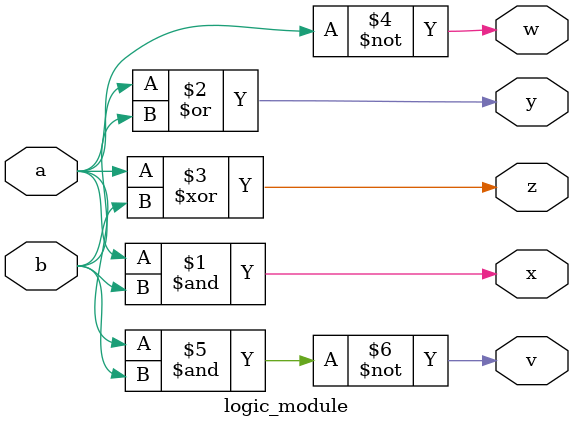
<source format=v>
module logic_module (
    input wire a,
    input wire b,
    output wire x,// AND
    output wire y,// OR
    output wire z,// XOR
    output wire w,// NOT
    output wire v // NAND
);
    // Cổng AND
    assign x = a & b; 

    // Cổng OR
    assign y = a | b;

    // Cổng XOR
    assign z = a ^ b;

    // Cổng NOT
    assign w = ~a;

    // Cổng NAND
    assign v = ~(a & b);

endmodule
</source>
